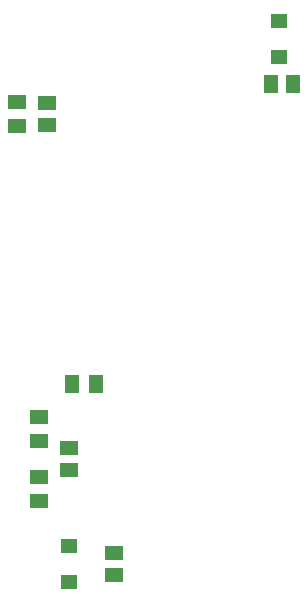
<source format=gbp>
G75*
%MOIN*%
%OFA0B0*%
%FSLAX25Y25*%
%IPPOS*%
%LPD*%
%AMOC8*
5,1,8,0,0,1.08239X$1,22.5*
%
%ADD10R,0.06299X0.05118*%
%ADD11R,0.05118X0.06299*%
%ADD12R,0.05512X0.04724*%
D10*
X0068237Y0050737D03*
X0068237Y0058611D03*
X0068237Y0070737D03*
X0068237Y0078611D03*
X0078237Y0068414D03*
X0078237Y0060934D03*
X0093237Y0033414D03*
X0093237Y0025934D03*
X0070737Y0175934D03*
X0070737Y0183414D03*
X0060737Y0183611D03*
X0060737Y0175737D03*
D11*
X0079300Y0089674D03*
X0087174Y0089674D03*
X0145422Y0189674D03*
X0152902Y0189674D03*
D12*
X0148237Y0198769D03*
X0148237Y0210580D03*
X0078237Y0035580D03*
X0078237Y0023769D03*
M02*

</source>
